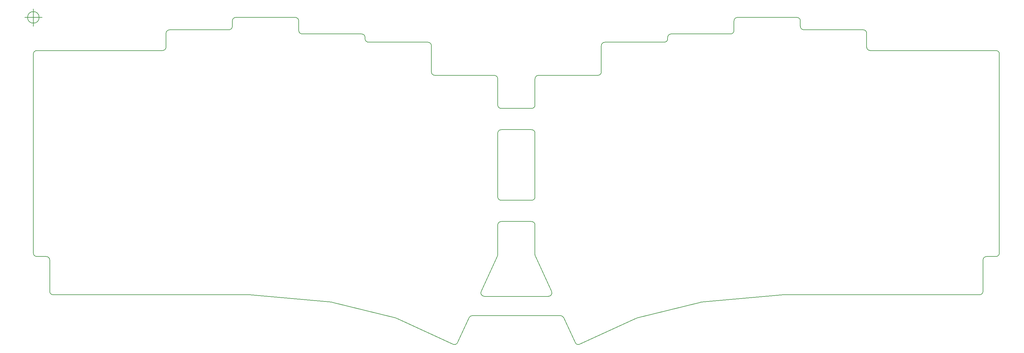
<source format=gm1>
G04 #@! TF.GenerationSoftware,KiCad,Pcbnew,(5.1.4)-1*
G04 #@! TF.CreationDate,2019-10-05T20:55:15+09:00*
G04 #@! TF.ProjectId,caravelle,63617261-7665-46c6-9c65-2e6b69636164,rev?*
G04 #@! TF.SameCoordinates,PX2faf080PY2faf080*
G04 #@! TF.FileFunction,Profile,NP*
%FSLAX46Y46*%
G04 Gerber Fmt 4.6, Leading zero omitted, Abs format (unit mm)*
G04 Created by KiCad (PCBNEW (5.1.4)-1) date 2019-10-05 20:55:15*
%MOMM*%
%LPD*%
G04 APERTURE LIST*
%ADD10C,0.200000*%
%ADD11C,0.150000*%
G04 APERTURE END LIST*
D10*
X133350000Y-33293750D02*
G75*
G02X134350000Y-32293750I1000000J0D01*
G01*
X143050000Y-32293750D02*
X134350000Y-32293750D01*
X143050001Y-32293750D02*
G75*
G02X144049999Y-33293750I-1J-999999D01*
G01*
X144050000Y-51612225D02*
X144049999Y-33293750D01*
X144050000Y-51612225D02*
G75*
G02X143050000Y-52612225I-1000000J0D01*
G01*
X134350000Y-52612225D02*
X143050000Y-52612225D01*
X134350000Y-52612225D02*
G75*
G02X133350000Y-51612225I0J1000000D01*
G01*
X133350000Y-33293750D02*
X133350000Y-51612225D01*
X133350000Y-68237225D02*
G75*
G02X133258508Y-68655092I-1000000J0D01*
G01*
X133350000Y-59712225D02*
X133350000Y-68237225D01*
X133350000Y-59712225D02*
G75*
G02X134350000Y-58712225I1000000J0D01*
G01*
X143050000Y-58712225D02*
X134350000Y-58712225D01*
X143050000Y-58712226D02*
G75*
G02X144049999Y-59712225I0J-999999D01*
G01*
X144050000Y-68237225D02*
X144049999Y-59712225D01*
X144141492Y-68655092D02*
G75*
G02X144050000Y-68237225I908508J417867D01*
G01*
X148809232Y-78803488D02*
X144141491Y-68655092D01*
X148809232Y-78803488D02*
G75*
G02X147900724Y-80221355I-908508J-417867D01*
G01*
X129499275Y-80221355D02*
X147900724Y-80221355D01*
X129499275Y-80221355D02*
G75*
G02X128590767Y-78803488I0J1000000D01*
G01*
X133258508Y-68655092D02*
X128590767Y-78803488D01*
X156899059Y-93998928D02*
G75*
G02X155572684Y-93508287I-417867J908508D01*
G01*
X173108444Y-86543445D02*
X156899059Y-93998929D01*
X173108444Y-86543445D02*
G75*
G02X173284389Y-86481657I417867J-908508D01*
G01*
X191594987Y-81916312D02*
X173284389Y-86481657D01*
X191594986Y-81916312D02*
G75*
G02X191748014Y-81890567I241923J-970296D01*
G01*
X215443141Y-79775833D02*
X191748014Y-81890567D01*
X215443141Y-79775833D02*
G75*
G02X215532035Y-79771874I88894J-996041D01*
G01*
X271700000Y-79771875D02*
X215532035Y-79771874D01*
X272700000Y-78771875D02*
G75*
G02X271700000Y-79771875I-1000000J0D01*
G01*
X272700000Y-69771874D02*
X272700000Y-78771875D01*
X272700000Y-69771874D02*
G75*
G02X273700000Y-68771874I1000000J0D01*
G01*
X276400000Y-68771874D02*
X273700000Y-68771874D01*
X277400000Y-67771874D02*
G75*
G02X276400000Y-68771874I-1000000J0D01*
G01*
X277400000Y-10524999D02*
X277400000Y-67771874D01*
X276399999Y-9525000D02*
G75*
G02X277400000Y-10524999I1J-1000000D01*
G01*
X240300000Y-9525000D02*
X276400000Y-9525000D01*
X240300000Y-9525000D02*
G75*
G02X239300000Y-8525000I0J1000000D01*
G01*
X239300000Y-4571875D02*
X239300000Y-8525000D01*
X238299999Y-3571874D02*
G75*
G02X239300000Y-4571875I0J-1000001D01*
G01*
X221250000Y-3571875D02*
X238300000Y-3571874D01*
X221250000Y-3571875D02*
G75*
G02X220250000Y-2571875I0J1000000D01*
G01*
X220250000Y-1000000D02*
X220250000Y-2571875D01*
X219250000Y0D02*
G75*
G02X220250000Y-1000000I0J-1000000D01*
G01*
X202200000Y0D02*
X219250000Y0D01*
X201200000Y-1000000D02*
G75*
G02X202200000Y0I1000000J0D01*
G01*
X201200000Y-3762499D02*
X201200000Y-1000000D01*
X201199999Y-3762500D02*
G75*
G02X200200000Y-4762499I-999999J0D01*
G01*
X183150000Y-4762500D02*
X200200000Y-4762499D01*
X182150001Y-5762499D02*
G75*
G02X183150000Y-4762500I999999J0D01*
G01*
X182150000Y-6143750D02*
X182150000Y-5762500D01*
X182150000Y-6143750D02*
G75*
G02X181150000Y-7143750I-1000000J0D01*
G01*
X164100000Y-7143750D02*
X181150000Y-7143750D01*
X163100000Y-8143750D02*
G75*
G02X164100000Y-7143750I1000000J0D01*
G01*
X163100000Y-15668750D02*
X163100000Y-8143750D01*
X163100000Y-15668749D02*
G75*
G02X162100000Y-16668749I-1000000J0D01*
G01*
X145050000Y-16668750D02*
X162100000Y-16668749D01*
X144050001Y-17668749D02*
G75*
G02X145050000Y-16668750I999999J0D01*
G01*
X144050000Y-25193750D02*
X144050000Y-17668750D01*
X144050000Y-25193750D02*
G75*
G02X143050000Y-26193750I-1000000J0D01*
G01*
X134350000Y-26193750D02*
X143050000Y-26193750D01*
X134350000Y-26193750D02*
G75*
G02X133350000Y-25193750I0J1000000D01*
G01*
X133350000Y-17668750D02*
X133350000Y-25193750D01*
X132350000Y-16668750D02*
G75*
G02X133350000Y-17668750I0J-1000000D01*
G01*
X115300000Y-16668750D02*
X132350000Y-16668749D01*
X115300000Y-16668750D02*
G75*
G02X114300000Y-15668750I0J1000000D01*
G01*
X114300000Y-8143750D02*
X114300000Y-15668750D01*
X113300000Y-7143750D02*
G75*
G02X114300000Y-8143750I0J-1000000D01*
G01*
X96250000Y-7143750D02*
X113300000Y-7143750D01*
X96250000Y-7143750D02*
G75*
G02X95250000Y-6143750I0J1000000D01*
G01*
X95250000Y-5762500D02*
X95250000Y-6143750D01*
X94249999Y-4762499D02*
G75*
G02X95250000Y-5762500I0J-1000001D01*
G01*
X77200000Y-4762499D02*
X94249999Y-4762499D01*
X77200000Y-4762499D02*
G75*
G02X76200000Y-3762499I0J1000000D01*
G01*
X76200000Y-1000000D02*
X76200000Y-3762499D01*
X75200000Y0D02*
G75*
G02X76200000Y-1000000I0J-1000000D01*
G01*
X58149999Y0D02*
X75200000Y0D01*
X57149999Y-1000000D02*
G75*
G02X58149999Y0I1000000J0D01*
G01*
X57150000Y-2571875D02*
X57150000Y-1000000D01*
X57150000Y-2571875D02*
G75*
G02X56150000Y-3571875I-1000000J0D01*
G01*
X39100000Y-3571875D02*
X56150000Y-3571875D01*
X38100000Y-4571875D02*
G75*
G02X39100000Y-3571875I1000000J0D01*
G01*
X38100000Y-8525000D02*
X38100000Y-4571875D01*
X38100000Y-8525000D02*
G75*
G02X37100000Y-9525000I-1000000J0D01*
G01*
X1000000Y-9524999D02*
X37100000Y-9525000D01*
X0Y-10524999D02*
G75*
G02X1000000Y-9524999I1000000J0D01*
G01*
X0Y-67771874D02*
X0Y-10524999D01*
X1000000Y-68771874D02*
G75*
G02X0Y-67771874I0J1000000D01*
G01*
X3700000Y-68771874D02*
X1000000Y-68771874D01*
X3700000Y-68771874D02*
G75*
G02X4700000Y-69771874I0J-1000000D01*
G01*
X4699999Y-78771875D02*
X4700000Y-69771874D01*
X5699999Y-79771875D02*
G75*
G02X4699999Y-78771875I0J1000000D01*
G01*
X61867964Y-79771874D02*
X5699999Y-79771875D01*
X61867964Y-79771874D02*
G75*
G02X61956858Y-79775833I0J-1000000D01*
G01*
X85651985Y-81890567D02*
X61956858Y-79775833D01*
X85651984Y-81890567D02*
G75*
G02X85805012Y-81916312I-88894J-996041D01*
G01*
X104115610Y-86481657D02*
X85805012Y-81916312D01*
X104115610Y-86481657D02*
G75*
G02X104291555Y-86543445I-241922J-970296D01*
G01*
X120500940Y-93998929D02*
X104291555Y-86543445D01*
X121827316Y-93508287D02*
G75*
G02X120500940Y-93998929I-908509J417867D01*
G01*
X125121881Y-86345388D02*
X121827315Y-93508287D01*
X125121881Y-86345388D02*
G75*
G02X126030389Y-85763255I908508J-417867D01*
G01*
X151369610Y-85763255D02*
X126030389Y-85763255D01*
X151369610Y-85763255D02*
G75*
G02X152278118Y-86345388I0J-1000000D01*
G01*
X155572684Y-93508287D02*
X152278118Y-86345388D01*
D11*
X1666666Y0D02*
G75*
G03X1666666Y0I-1666666J0D01*
G01*
X-2500000Y0D02*
X2500000Y0D01*
X0Y2500000D02*
X0Y-2500000D01*
M02*

</source>
